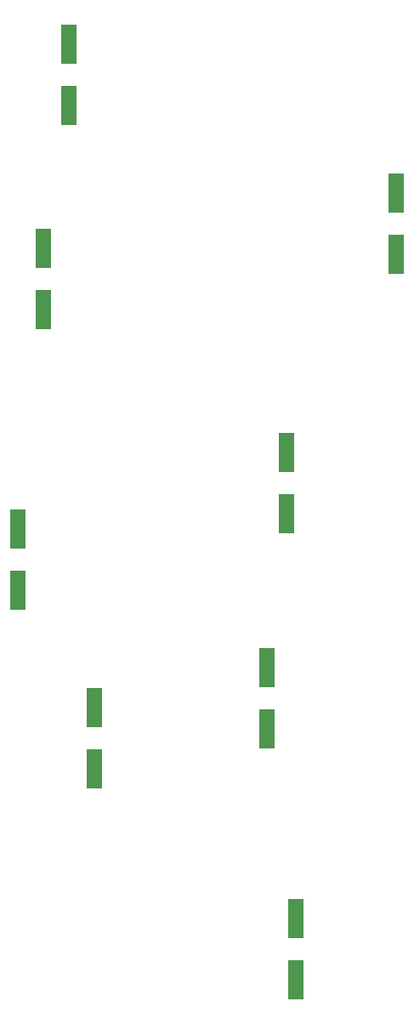
<source format=gbp>
G04 MADE WITH FRITZING*
G04 WWW.FRITZING.ORG*
G04 DOUBLE SIDED*
G04 HOLES PLATED*
G04 CONTOUR ON CENTER OF CONTOUR VECTOR*
%ASAXBY*%
%FSLAX23Y23*%
%MOIN*%
%OFA0B0*%
%SFA1.0B1.0*%
%ADD10R,0.062992X0.157480*%
%LNPASTEMASK0*%
G90*
G70*
G54D10*
X2531Y2250D03*
X2531Y2490D03*
X1553Y3034D03*
X1553Y2794D03*
X1853Y2334D03*
X1853Y2094D03*
X2642Y1268D03*
X2642Y1508D03*
X1753Y4934D03*
X1753Y4693D03*
X1653Y4134D03*
X1653Y3894D03*
X2605Y3094D03*
X2605Y3334D03*
X3037Y4109D03*
X3037Y4349D03*
G04 End of PasteMask0*
M02*
</source>
